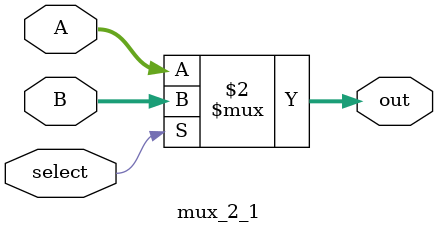
<source format=v>
`timescale 1ns / 1ps

module mux_2_1(A, B, select, out);

    input [31:0] A;    //input A (32-bit)
    input [31:0] B;    //input B (32-bit)
    input select;      //select pin

    output wire [31:0] out; //output out (32-bit)

    assign out = (select == 0) ? A : B;
    //if select = 0, out = A
    //else if select = 1, out = B

endmodule
</source>
